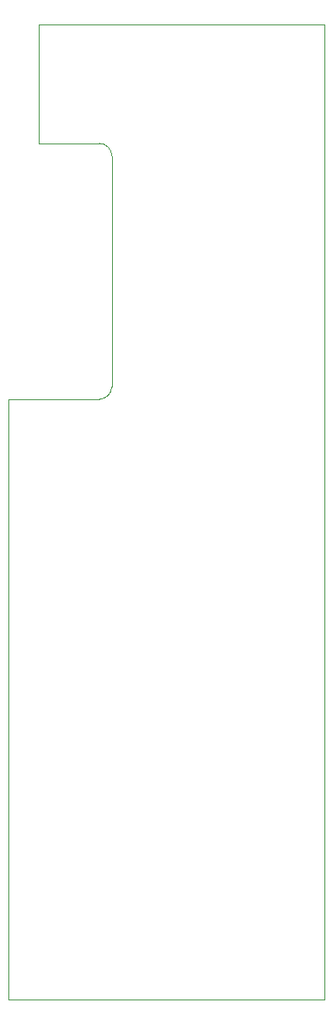
<source format=gm1>
%TF.GenerationSoftware,KiCad,Pcbnew,5.99.0+really5.1.9+dfsg1-1*%
%TF.CreationDate,2021-05-13T21:54:40+10:00*%
%TF.ProjectId,minisynth32-rear,6d696e69-7379-46e7-9468-33322d726561,1.1*%
%TF.SameCoordinates,Original*%
%TF.FileFunction,Profile,NP*%
%FSLAX46Y46*%
G04 Gerber Fmt 4.6, Leading zero omitted, Abs format (unit mm)*
G04 Created by KiCad (PCBNEW 5.99.0+really5.1.9+dfsg1-1) date 2021-05-13 21:54:40*
%MOMM*%
%LPD*%
G01*
G04 APERTURE LIST*
%TA.AperFunction,Profile*%
%ADD10C,0.050000*%
%TD*%
G04 APERTURE END LIST*
D10*
X129540000Y-85344000D02*
X129540000Y-89916000D01*
X129540000Y-109728000D02*
X129540000Y-141732000D01*
X129540000Y-89916000D02*
X129540000Y-109728000D01*
X132588000Y-55880000D02*
X132588000Y-43942000D01*
X129540000Y-85344000D02*
X129540000Y-81534000D01*
X139954000Y-80264000D02*
X139954000Y-57150000D01*
X138684000Y-55880000D02*
G75*
G02*
X139954000Y-57150000I0J-1270000D01*
G01*
X138684000Y-81534000D02*
X129540000Y-81534000D01*
X139954000Y-80264000D02*
G75*
G02*
X138684000Y-81534000I-1270000J0D01*
G01*
X138684000Y-55880000D02*
X132588000Y-55880000D01*
X161290000Y-43942000D02*
X132588000Y-43942000D01*
X161290000Y-141732000D02*
X161290000Y-43942000D01*
X134620000Y-141732000D02*
X161290000Y-141732000D01*
X129540000Y-141732000D02*
X134620000Y-141732000D01*
M02*

</source>
